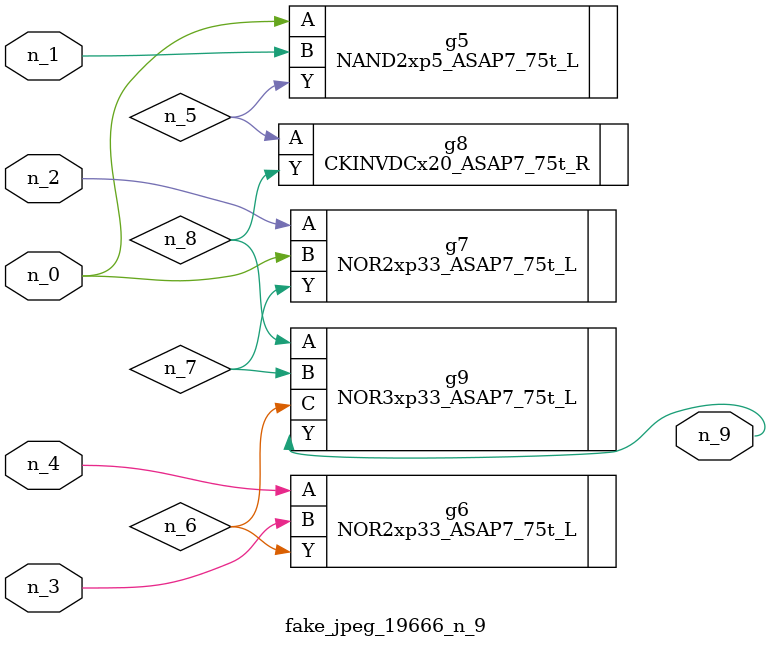
<source format=v>
module fake_jpeg_19666_n_9 (n_3, n_2, n_1, n_0, n_4, n_9);

input n_3;
input n_2;
input n_1;
input n_0;
input n_4;

output n_9;

wire n_8;
wire n_6;
wire n_5;
wire n_7;

NAND2xp5_ASAP7_75t_L g5 ( 
.A(n_0),
.B(n_1),
.Y(n_5)
);

NOR2xp33_ASAP7_75t_L g6 ( 
.A(n_4),
.B(n_3),
.Y(n_6)
);

NOR2xp33_ASAP7_75t_L g7 ( 
.A(n_2),
.B(n_0),
.Y(n_7)
);

CKINVDCx20_ASAP7_75t_R g8 ( 
.A(n_5),
.Y(n_8)
);

NOR3xp33_ASAP7_75t_L g9 ( 
.A(n_8),
.B(n_7),
.C(n_6),
.Y(n_9)
);


endmodule
</source>
